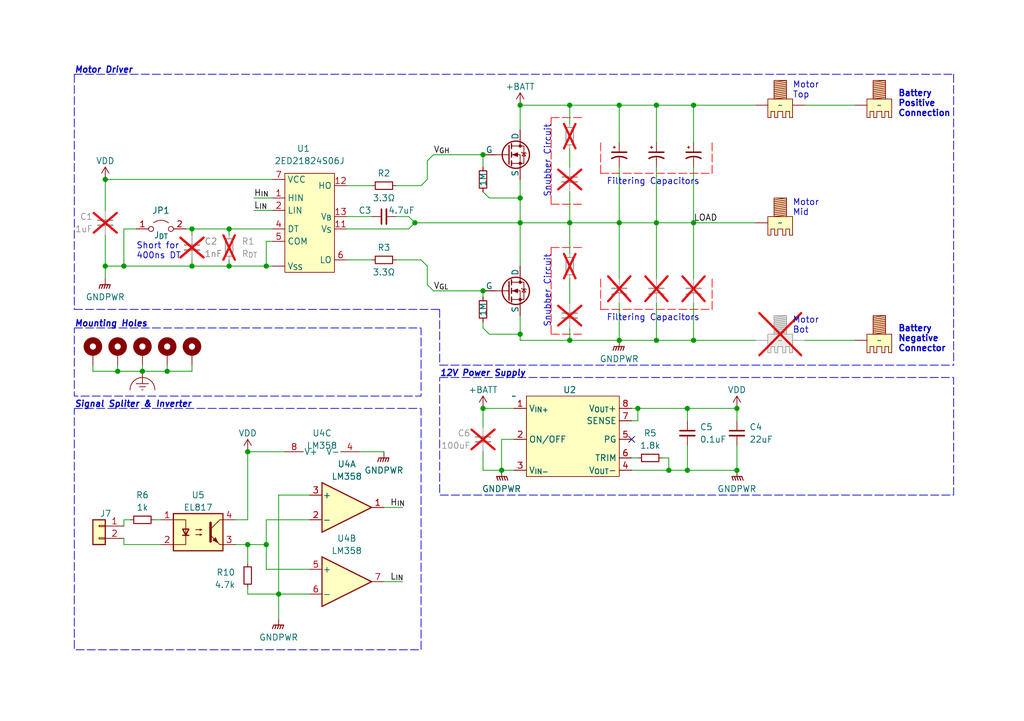
<source format=kicad_sch>
(kicad_sch (version 20230121) (generator eeschema)
  (paper "A5")
  (lib_symbols
    (symbol "Amplifier_Operational:LM358" (pin_names (offset 0.127))
      (property "Reference" "U" (at 0 5.08 0))
      (property "Value" "LM358" (at 0 -5.08 0))
      (symbol "LM358_1_1"
        (polyline (pts (xy -5.08 5.08) (xy 5.08 0) (xy -5.08 -5.08) (xy -5.08 5.08)) (stroke (width 0.254)) (fill (type background)))
        (pin output line (at 7.62 0 180) (length 2.54) (name "~") (number "1"))
        (pin input line (at -7.62 -2.54 0) (length 2.54) (name "-") (number "2"))
        (pin input line (at -7.62 2.54 0) (length 2.54) (name "+") (number "3"))
      )
      (symbol "LM358_2_1"
        (polyline (pts (xy -5.08 5.08) (xy 5.08 0) (xy -5.08 -5.08) (xy -5.08 5.08)) (stroke (width 0.254)) (fill (type background)))
        (pin input line (at -7.62 2.54 0) (length 2.54) (name "+") (number "5"))
        (pin input line (at -7.62 -2.54 0) (length 2.54) (name "-") (number "6"))
        (pin output line (at 7.62 0 180) (length 2.54) (name "~") (number "7"))
      )
      (symbol "LM358_3_1"
        (pin power_in line (at -2.54 -7.62 90) (length 3.81) (name "V-") (number "4"))
        (pin power_in line (at -2.54 7.62 270) (length 3.81) (name "V+") (number "8"))
      )
    )
    (symbol "Connector_Generic:Conn_01x02" (pin_names (offset 1.016) hide)
      (property "Reference" "J" (at 0 2.54 0))
      (property "Value" "Conn_01x02" (at 0 -5.08 0))
      (symbol "Conn_01x02_1_1"
        (rectangle (start -1.27 -2.413) (end 0 -2.667) (stroke (width 0.1524)))
        (rectangle (start -1.27 0.127) (end 0 -0.127) (stroke (width 0.1524)))
        (rectangle (start -1.27 1.27) (end 1.27 -3.81) (stroke (width 0.254)) (fill (type background)))
        (pin passive line (at -5.08 0 0) (length 3.81) (name "Pin_1") (number "1"))
        (pin passive line (at -5.08 -2.54 0) (length 3.81) (name "Pin_2") (number "2"))
      )
    )
    (symbol "Device:C_Polarized_Small_US" (pin_numbers hide) (pin_names (offset 0.254) hide)
      (property "Reference" "C" (at 0.254 1.778 0))
      (property "Value" "C_Polarized_Small_US" (at 0.254 -2.032 0))
      (symbol "C_Polarized_Small_US_0_1"
        (polyline (pts (xy -1.524 0.508) (xy 1.524 0.508)) (stroke (width 0.3048)))
        (polyline (pts (xy -1.27 1.524) (xy -0.762 1.524)))
        (polyline (pts (xy -1.016 1.27) (xy -1.016 1.778)))
        (arc (start 1.524 -0.762) (mid 0 -0.3734) (end -1.524 -0.762) (stroke (width 0.3048)))
      )
      (symbol "C_Polarized_Small_US_1_1"
        (pin passive line (at 0 2.54 270) (length 2.032) (name "~") (number "1"))
        (pin passive line (at 0 -2.54 90) (length 2.032) (name "~") (number "2"))
      )
    )
    (symbol "Device:C_Small" (pin_numbers hide) (pin_names (offset 0.254) hide)
      (property "Reference" "C" (at 0.254 1.778 0))
      (property "Value" "C_Small" (at 0.254 -2.032 0))
      (symbol "C_Small_0_1"
        (polyline (pts (xy -1.524 -0.508) (xy 1.524 -0.508)) (stroke (width 0.3302)))
        (polyline (pts (xy -1.524 0.508) (xy 1.524 0.508)) (stroke (width 0.3048)))
      )
      (symbol "C_Small_1_1"
        (pin passive line (at 0 2.54 270) (length 2.032) (name "~") (number "1"))
        (pin passive line (at 0 -2.54 90) (length 2.032) (name "~") (number "2"))
      )
    )
    (symbol "Device:R_Small" (pin_numbers hide) (pin_names (offset 0.254) hide)
      (property "Reference" "R" (at 0.762 0.508 0))
      (property "Value" "R_Small" (at 0.762 -1.016 0))
      (symbol "R_Small_0_1"
        (rectangle (start -0.762 1.778) (end 0.762 -1.778) (stroke (width 0.2032)))
      )
      (symbol "R_Small_1_1"
        (pin passive line (at 0 2.54 270) (length 0.762) (name "~") (number "1"))
        (pin passive line (at 0 -2.54 90) (length 0.762) (name "~") (number "2"))
      )
    )
    (symbol "Isolator:EL817" (pin_names (offset 1.016))
      (property "Reference" "U" (at -5.08 5.08 0))
      (property "Value" "EL817" (at 0 5.08 0))
      (symbol "EL817_0_1"
        (rectangle (start -5.08 3.81) (end 5.08 -3.81) (stroke (width 0.254)) (fill (type background)))
        (polyline (pts (xy -3.175 -0.635) (xy -1.905 -0.635)) (stroke (width 0.254)))
        (polyline (pts (xy 2.54 0.635) (xy 4.445 2.54)))
        (polyline (pts (xy 4.445 -2.54) (xy 2.54 -0.635)) (fill (type outline)))
        (polyline (pts (xy 4.445 -2.54) (xy 5.08 -2.54)))
        (polyline (pts (xy 4.445 2.54) (xy 5.08 2.54)))
        (polyline (pts (xy -5.08 2.54) (xy -2.54 2.54) (xy -2.54 -0.635)))
        (polyline (pts (xy -2.54 -0.635) (xy -2.54 -2.54) (xy -5.08 -2.54)))
        (polyline (pts (xy 2.54 1.905) (xy 2.54 -1.905) (xy 2.54 -1.905)) (stroke (width 0.508)))
        (polyline (pts (xy -2.54 -0.635) (xy -3.175 0.635) (xy -1.905 0.635) (xy -2.54 -0.635)) (stroke (width 0.254)))
        (polyline (pts (xy -0.508 -0.508) (xy 0.762 -0.508) (xy 0.381 -0.635) (xy 0.381 -0.381) (xy 0.762 -0.508)))
        (polyline (pts (xy -0.508 0.508) (xy 0.762 0.508) (xy 0.381 0.381) (xy 0.381 0.635) (xy 0.762 0.508)))
        (polyline (pts (xy 3.048 -1.651) (xy 3.556 -1.143) (xy 4.064 -2.159) (xy 3.048 -1.651) (xy 3.048 -1.651)) (fill (type outline)))
      )
      (symbol "EL817_1_1"
        (pin passive line (at -7.62 2.54 0) (length 2.54) (name "~") (number "1"))
        (pin passive line (at -7.62 -2.54 0) (length 2.54) (name "~") (number "2"))
        (pin passive line (at 7.62 -2.54 180) (length 2.54) (name "~") (number "3"))
        (pin passive line (at 7.62 2.54 180) (length 2.54) (name "~") (number "4"))
      )
    )
    (symbol "Jumper:Jumper_2_Open" (pin_names (offset 0) hide)
      (property "Reference" "JP" (at 0 2.794 0))
      (property "Value" "Jumper_2_Open" (at 0 -2.286 0))
      (symbol "Jumper_2_Open_0_0"
        (circle (center -2.032 0) (radius 0.508))
        (circle (center 2.032 0) (radius 0.508))
      )
      (symbol "Jumper_2_Open_0_1"
        (arc (start 1.524 1.27) (mid 0 1.778) (end -1.524 1.27))
      )
      (symbol "Jumper_2_Open_1_1"
        (pin passive line (at -5.08 0 0) (length 2.54) (name "A") (number "1"))
        (pin passive line (at 5.08 0 180) (length 2.54) (name "B") (number "2"))
      )
    )
    (symbol "Mechanical:MountingHole_Pad" (pin_numbers hide) (pin_names (offset 1.016) hide)
      (property "Reference" "H" (at 0 6.35 0))
      (property "Value" "MountingHole_Pad" (at 0 4.445 0))
      (symbol "MountingHole_Pad_0_1"
        (circle (center 0 1.27) (radius 1.27) (stroke (width 1.27)))
      )
      (symbol "MountingHole_Pad_1_1"
        (pin input line (at 0 -2.54 90) (length 2.54) (name "1") (number "1"))
      )
    )
    (symbol "My Global Library:M5 Screw Terminal Both"
      (property "Reference" "J" (at 2.54 2.54 0))
      (symbol "M5 Screw Terminal Both_0_1"
        (polyline (pts (xy -1.27 1.27) (xy 1.27 1.27)))
        (polyline (pts (xy -1.27 1.27) (xy 1.27 1.651) (xy 1.27 1.651)))
        (polyline (pts (xy -1.27 1.651) (xy 1.27 2.032) (xy 1.27 2.032)))
        (polyline (pts (xy -1.27 2.032) (xy 1.27 2.413) (xy 1.27 2.413)))
        (polyline (pts (xy -1.27 2.413) (xy 1.27 2.794) (xy 1.27 2.794)))
        (polyline (pts (xy -1.27 2.794) (xy 1.27 3.175) (xy 1.27 3.175)))
        (polyline (pts (xy -1.27 3.175) (xy 1.27 3.556) (xy 1.27 3.556)))
        (polyline (pts (xy -1.27 3.556) (xy 1.27 3.937) (xy 1.27 3.937)))
        (polyline (pts (xy -1.27 3.937) (xy 1.27 4.318) (xy 1.27 4.318)))
        (polyline (pts (xy -1.27 4.318) (xy 1.27 4.699) (xy 1.27 4.699)))
        (polyline (pts (xy -1.27 4.699) (xy 1.27 5.08) (xy 1.27 5.08)))
        (polyline (pts (xy -2.54 -1.27) (xy -2.54 1.27) (xy -1.27 1.27) (xy -1.27 5.08) (xy 1.27 5.08) (xy 1.27 1.27) (xy 2.54 1.27) (xy 2.54 -1.27) (xy 2.54 -2.54) (xy 1.905 -2.54) (xy 1.905 -1.27) (xy 1.143 -1.27) (xy 1.143 -2.54) (xy 0.508 -2.54) (xy 0.508 -1.27) (xy -0.508 -1.27) (xy -0.508 -2.54) (xy -1.143 -2.54) (xy -1.143 -1.27) (xy -1.905 -1.27) (xy -1.905 -2.54) (xy -2.54 -2.54) (xy -2.54 -1.27)) (fill (type background)))
      )
      (symbol "M5 Screw Terminal Both_1_1"
        (pin input line (at -5.08 0 0) (length 2.54) (name "0") (number "1"))
        (pin input line (at 5.08 0 180) (length 2.54) (name "0") (number "1"))
      )
    )
    (symbol "My Global Library:M5_Screw_Terminal_Side"
      (property "Reference" "J" (at 2.54 2.54 0))
      (symbol "M5_Screw_Terminal_Side_0_1"
        (polyline (pts (xy -1.27 1.27) (xy 1.27 1.27)))
        (polyline (pts (xy -1.27 1.27) (xy 1.27 1.651) (xy 1.27 1.651)))
        (polyline (pts (xy -1.27 1.651) (xy 1.27 2.032) (xy 1.27 2.032)))
        (polyline (pts (xy -1.27 2.032) (xy 1.27 2.413) (xy 1.27 2.413)))
        (polyline (pts (xy -1.27 2.413) (xy 1.27 2.794) (xy 1.27 2.794)))
        (polyline (pts (xy -1.27 2.794) (xy 1.27 3.175) (xy 1.27 3.175)))
        (polyline (pts (xy -1.27 3.175) (xy 1.27 3.556) (xy 1.27 3.556)))
        (polyline (pts (xy -1.27 3.556) (xy 1.27 3.937) (xy 1.27 3.937)))
        (polyline (pts (xy -1.27 3.937) (xy 1.27 4.318) (xy 1.27 4.318)))
        (polyline (pts (xy -1.27 4.318) (xy 1.27 4.699) (xy 1.27 4.699)))
        (polyline (pts (xy -1.27 4.699) (xy 1.27 5.08) (xy 1.27 5.08)))
        (polyline (pts (xy -2.54 -1.27) (xy -2.54 1.27) (xy -1.27 1.27) (xy -1.27 5.08) (xy 1.27 5.08) (xy 1.27 1.27) (xy 2.54 1.27) (xy 2.54 -1.27) (xy 2.54 -2.54) (xy 1.905 -2.54) (xy 1.905 -1.27) (xy 1.143 -1.27) (xy 1.143 -2.54) (xy 0.508 -2.54) (xy 0.508 -1.27) (xy -0.508 -1.27) (xy -0.508 -2.54) (xy -1.143 -2.54) (xy -1.143 -1.27) (xy -1.905 -1.27) (xy -1.905 -2.54) (xy -2.54 -2.54) (xy -2.54 -1.27)) (fill (type background)))
      )
      (symbol "M5_Screw_Terminal_Side_1_1"
        (pin input line (at -5.08 0 0) (length 2.54) (name "0") (number "1"))
      )
    )
    (symbol "MySymbols:2ED21824S06J"
      (property "Reference" "U1" (at -1.27 7.62 0))
      (property "Value" "2ED21824S06J" (at 0 5.08 0))
      (symbol "2ED21824S06J_0_1"
        (rectangle (start -5.08 2.54) (end 5.08 -17.78) (fill (type background)))
      )
      (symbol "2ED21824S06J_1_1"
        (pin power_in line (at -7.62 -16.51 0) (length 2.54) (name "V_{SS}") (number ""))
        (pin input line (at -7.62 -2.54 0) (length 2.54) (name "HIN") (number "1"))
        (pin no_connect line (at 0.635 -19.685 90) (length 2.54) hide (name "N.C.") (number "10"))
        (pin input line (at 7.62 -8.89 180) (length 2.54) (name "V_{S}") (number "11"))
        (pin output line (at 7.62 0 180) (length 2.54) (name "HO") (number "12"))
        (pin output line (at 7.62 -6.35 180) (length 2.54) (name "V_{B}") (number "13"))
        (pin no_connect line (at 0.635 -19.685 90) (length 2.54) hide (name "N.C.") (number "14"))
        (pin input line (at -7.62 -5.08 0) (length 2.54) (name "LIN") (number "2"))
        (pin input line (at -7.62 -8.89 0) (length 2.54) (name "DT") (number "4"))
        (pin input line (at -7.62 -11.43 0) (length 2.54) (name "COM") (number "5"))
        (pin input line (at 7.62 -15.24 180) (length 2.54) (name "LO") (number "6"))
        (pin power_in line (at -7.62 1.27 0) (length 2.54) (name "VCC") (number "7"))
        (pin no_connect line (at 0.635 -19.685 90) (length 2.54) hide (name "N.C.") (number "9"))
        (pin no_connect line (at 0.635 -19.685 90) (length 2.54) hide (name "N.C.") (number "9"))
      )
    )
    (symbol "Simulation_SPICE:NMOS" (pin_numbers hide) (pin_names (offset 0))
      (property "Reference" "Q" (at 5.08 1.27 0))
      (property "Value" "NMOS" (at 5.08 -1.27 0))
      (symbol "NMOS_0_1"
        (polyline (pts (xy 0.254 0) (xy -2.54 0)))
        (polyline (pts (xy 0.254 1.905) (xy 0.254 -1.905)) (stroke (width 0.254)))
        (polyline (pts (xy 0.762 -1.27) (xy 0.762 -2.286)) (stroke (width 0.254)))
        (polyline (pts (xy 0.762 0.508) (xy 0.762 -0.508)) (stroke (width 0.254)))
        (polyline (pts (xy 0.762 2.286) (xy 0.762 1.27)) (stroke (width 0.254)))
        (polyline (pts (xy 2.54 2.54) (xy 2.54 1.778)))
        (polyline (pts (xy 2.54 -2.54) (xy 2.54 0) (xy 0.762 0)))
        (polyline (pts (xy 0.762 -1.778) (xy 3.302 -1.778) (xy 3.302 1.778) (xy 0.762 1.778)))
        (polyline (pts (xy 1.016 0) (xy 2.032 0.381) (xy 2.032 -0.381) (xy 1.016 0)) (fill (type outline)))
        (polyline (pts (xy 2.794 0.508) (xy 2.921 0.381) (xy 3.683 0.381) (xy 3.81 0.254)))
        (polyline (pts (xy 3.302 0.381) (xy 2.921 -0.254) (xy 3.683 -0.254) (xy 3.302 0.381)))
        (circle (center 1.651 0) (radius 2.794) (stroke (width 0.254)))
        (circle (center 2.54 -1.778) (radius 0.254) (fill (type outline)))
        (circle (center 2.54 1.778) (radius 0.254) (fill (type outline)))
      )
      (symbol "NMOS_1_1"
        (pin passive line (at 2.54 5.08 270) (length 2.54) (name "D") (number "1"))
        (pin input line (at -5.08 0 0) (length 2.54) (name "G") (number "2"))
        (pin passive line (at 2.54 -5.08 90) (length 2.54) (name "S") (number "3"))
      )
    )
    (symbol "SymbolLibrary:U?"
      (property "Reference" "U2" (at -12.065 3.81 0))
      (property "Value" "~" (at 0 0 0))
      (symbol "U?_0_0"
        (pin power_in line (at 0 -2.54 0) (length 2.54) (name "V_{IN+}") (number "1"))
        (pin input line (at 0 -8.89 0) (length 2.54) (name "ON/OFF") (number "2"))
        (pin input line (at 0 -15.24 0) (length 2.54) (name "V_{IN-}") (number "3"))
        (pin power_out line (at 24.13 -15.24 180) (length 2.54) (name "V_{OUT}-") (number "4"))
        (pin open_collector line (at 24.13 -8.89 180) (length 2.54) (name "PG") (number "5"))
        (pin open_emitter line (at 24.13 -12.7 180) (length 2.54) (name "TRIM") (number "6"))
        (pin input line (at 24.13 -5.08 180) (length 2.54) (name "SENSE") (number "7"))
        (pin open_emitter line (at 24.13 -2.54 180) (length 2.54) (name "V_{OUT}+") (number "8"))
      )
      (symbol "U?_0_1"
        (rectangle (start 2.54 0) (end 21.59 -16.51) (fill (type background)))
      )
    )
    (symbol "power:+BATT" (power) (pin_names (offset 0))
      (property "Value" "+BATT" (at 0 3.556 0))
      (symbol "+BATT_0_1"
        (polyline (pts (xy -0.762 1.27) (xy 0 2.54)))
        (polyline (pts (xy 0 0) (xy 0 2.54)))
        (polyline (pts (xy 0 2.54) (xy 0.762 1.27)))
      )
      (symbol "+BATT_1_1"
        (pin power_in line (at 0 0 90) (length 0) hide (name "+BATT") (number "1"))
      )
    )
    (symbol "power:Earth_Clean" (power) (pin_names (offset 0))
      (symbol "Earth_Clean_0_1"
        (polyline (pts (xy -0.635 -3.175) (xy 0.635 -3.175)))
        (polyline (pts (xy -0.127 -3.81) (xy 0.127 -3.81)))
        (polyline (pts (xy 0 -2.54) (xy 0 0)))
        (polyline (pts (xy 1.27 -2.54) (xy -1.27 -2.54)))
        (arc (start 2.54 -3.81) (mid 0 -1.281) (end -2.54 -3.81))
      )
      (symbol "Earth_Clean_1_1"
        (pin power_in line (at 0 0 270) (length 0) hide (name "Earth_Clean") (number "1"))
      )
    )
    (symbol "power:GNDPWR" (power) (pin_names (offset 0))
      (property "Value" "GNDPWR" (at 0 -3.302 0))
      (symbol "GNDPWR_0_1"
        (polyline (pts (xy 0 -1.27) (xy 0 0)))
        (polyline (pts (xy -1.016 -1.27) (xy -1.27 -2.032) (xy -1.27 -2.032)) (stroke (width 0.2032)))
        (polyline (pts (xy -0.508 -1.27) (xy -0.762 -2.032) (xy -0.762 -2.032)) (stroke (width 0.2032)))
        (polyline (pts (xy 0 -1.27) (xy -0.254 -2.032) (xy -0.254 -2.032)) (stroke (width 0.2032)))
        (polyline (pts (xy 0.508 -1.27) (xy 0.254 -2.032) (xy 0.254 -2.032)) (stroke (width 0.2032)))
        (polyline (pts (xy 1.016 -1.27) (xy -1.016 -1.27) (xy -1.016 -1.27)) (stroke (width 0.2032)))
        (polyline (pts (xy 1.016 -1.27) (xy 0.762 -2.032) (xy 0.762 -2.032) (xy 0.762 -2.032)) (stroke (width 0.2032)))
      )
      (symbol "GNDPWR_1_1"
        (pin power_in line (at 0 0 270) (length 0) hide (name "GNDPWR") (number "1"))
      )
    )
    (symbol "power:VDD" (power) (pin_names (offset 0))
      (property "Value" "VDD" (at 0 3.81 0))
      (symbol "VDD_0_1"
        (polyline (pts (xy -0.762 1.27) (xy 0 2.54)))
        (polyline (pts (xy 0 0) (xy 0 2.54)))
        (polyline (pts (xy 0 2.54) (xy 0.762 1.27)))
      )
      (symbol "VDD_1_1"
        (pin power_in line (at 0 0 90) (length 0) hide (name "VDD") (number "1"))
      )
    )
  )
  (junction (at 50.8 92.71))
  (junction (at 116.84 69.85))
  (junction (at 21.59 36.83))
  (junction (at 102.87 96.52))
  (junction (at 151.13 96.52))
  (junction (at 106.68 21.59))
  (junction (at 130.81 83.82))
  (junction (at 29.21 76.2))
  (junction (at 99.06 31.75))
  (junction (at 140.97 83.82))
  (junction (at 151.13 83.82))
  (junction (at 46.99 46.99))
  (junction (at 85.09 45.72))
  (junction (at 54.61 111.76))
  (junction (at 99.06 59.69))
  (junction (at 106.68 45.72))
  (junction (at 24.13 76.2))
  (junction (at 57.15 121.92))
  (junction (at 134.62 21.59))
  (junction (at 140.97 96.52))
  (junction (at 99.06 83.82))
  (junction (at 127 69.85))
  (junction (at 39.37 54.61))
  (junction (at 142.24 21.59))
  (junction (at 116.84 45.72))
  (junction (at 134.62 45.72))
  (junction (at 21.59 54.61))
  (junction (at 54.61 54.61))
  (junction (at 127 21.59))
  (junction (at 116.84 21.59))
  (junction (at 127 45.72))
  (junction (at 142.24 45.72))
  (junction (at 106.68 68.58))
  (junction (at 134.62 69.85))
  (junction (at 137.16 96.52))
  (junction (at 50.8 111.76))
  (junction (at 142.24 69.85))
  (junction (at 106.68 40.64))
  (junction (at 25.4 54.61))
  (junction (at 46.99 54.61))
  (junction (at 34.29 76.2))
  (junction (at 39.37 46.99))
  (no_connect (at 129.54 90.17))
  (wire (pts (xy 50.8 106.68) (xy 48.26 106.68)))
  (polyline (pts (xy 113.03 41.91) (xy 119.38 41.91)) (stroke (width 0) (type dash) (color 255 0 0 1)))
  (wire (pts (xy 46.99 54.61) (xy 54.61 54.61)))
  (wire (pts (xy 25.4 106.68) (xy 26.67 106.68)))
  (wire (pts (xy 85.09 45.72) (xy 106.68 45.72)))
  (wire (pts (xy 71.12 53.34) (xy 76.2 53.34)))
  (wire (pts (xy 29.21 76.2) (xy 34.29 76.2)))
  (wire (pts (xy 87.63 58.42) (xy 88.9 59.69)))
  (wire (pts (xy 106.68 68.58) (xy 100.33 68.58)))
  (wire (pts (xy 57.15 101.6) (xy 57.15 121.92)))
  (wire (pts (xy 151.13 96.52) (xy 140.97 96.52)))
  (wire (pts (xy 134.62 45.72) (xy 142.24 45.72)))
  (wire (pts (xy 46.99 53.34) (xy 46.99 54.61)))
  (polyline (pts (xy 113.03 24.13) (xy 119.38 24.13)) (stroke (width 0) (type dash) (color 255 0 0 1)))
  (wire (pts (xy 34.29 76.2) (xy 34.29 74.93)))
  (wire (pts (xy 83.82 44.45) (xy 85.09 45.72)))
  (wire (pts (xy 106.68 68.58) (xy 106.68 69.85)))
  (wire (pts (xy 21.59 36.83) (xy 55.88 36.83)))
  (wire (pts (xy 87.63 33.02) (xy 88.9 31.75)))
  (polyline (pts (xy 195.58 15.24) (xy 195.58 74.93)) (stroke (width 0) (type dash)))
  (polyline (pts (xy 146.05 63.5) (xy 146.05 57.15)) (stroke (width 0) (type dash) (color 255 0 0 1)))
  (wire (pts (xy 86.36 53.34) (xy 87.63 54.61)))
  (wire (pts (xy 85.09 45.72) (xy 83.82 46.99)))
  (wire (pts (xy 130.81 93.98) (xy 129.54 93.98)))
  (wire (pts (xy 25.4 54.61) (xy 39.37 54.61)))
  (wire (pts (xy 99.06 87.63) (xy 99.06 83.82)))
  (wire (pts (xy 116.84 21.59) (xy 116.84 25.4)))
  (wire (pts (xy 78.74 104.14) (xy 82.55 104.14)))
  (wire (pts (xy 140.97 83.82) (xy 140.97 86.36)))
  (wire (pts (xy 134.62 69.85) (xy 142.24 69.85)))
  (wire (pts (xy 151.13 91.44) (xy 151.13 96.52)))
  (wire (pts (xy 127 34.29) (xy 127 45.72)))
  (wire (pts (xy 99.06 31.75) (xy 99.06 34.29)))
  (wire (pts (xy 106.68 21.59) (xy 116.84 21.59)))
  (wire (pts (xy 24.13 76.2) (xy 29.21 76.2)))
  (wire (pts (xy 165.1 21.59) (xy 175.26 21.59)))
  (polyline (pts (xy 146.05 35.56) (xy 146.05 29.21)) (stroke (width 0) (type dash) (color 255 0 0 1)))
  (wire (pts (xy 50.8 92.71) (xy 58.42 92.71)))
  (wire (pts (xy 165.1 69.85) (xy 175.26 69.85)))
  (wire (pts (xy 50.8 92.71) (xy 50.8 106.68)))
  (wire (pts (xy 19.05 76.2) (xy 24.13 76.2)))
  (polyline (pts (xy 90.17 74.93) (xy 195.58 74.93)) (stroke (width 0) (type dash)))
  (wire (pts (xy 57.15 121.92) (xy 63.5 121.92)))
  (wire (pts (xy 50.8 121.92) (xy 57.15 121.92)))
  (wire (pts (xy 106.68 40.64) (xy 106.68 45.72)))
  (wire (pts (xy 55.88 49.53) (xy 54.61 49.53)))
  (wire (pts (xy 52.07 40.64) (xy 55.88 40.64)))
  (wire (pts (xy 39.37 53.34) (xy 39.37 54.61)))
  (wire (pts (xy 50.8 120.65) (xy 50.8 121.92)))
  (wire (pts (xy 88.9 31.75) (xy 99.06 31.75)))
  (wire (pts (xy 142.24 45.72) (xy 142.24 57.15)))
  (wire (pts (xy 102.87 90.17) (xy 102.87 96.52)))
  (wire (pts (xy 106.68 64.77) (xy 106.68 68.58)))
  (wire (pts (xy 140.97 91.44) (xy 140.97 96.52)))
  (polyline (pts (xy 113.03 24.13) (xy 113.03 41.91)) (stroke (width 0) (type dash) (color 255 0 0 1)))
  (wire (pts (xy 106.68 21.59) (xy 106.68 26.67)))
  (wire (pts (xy 50.8 111.76) (xy 54.61 111.76)))
  (wire (pts (xy 71.12 46.99) (xy 83.82 46.99)))
  (wire (pts (xy 87.63 36.83) (xy 86.36 38.1)))
  (wire (pts (xy 54.61 106.68) (xy 54.61 111.76)))
  (wire (pts (xy 105.41 90.17) (xy 102.87 90.17)))
  (wire (pts (xy 142.24 45.72) (xy 154.94 45.72)))
  (wire (pts (xy 54.61 49.53) (xy 54.61 54.61)))
  (wire (pts (xy 25.4 111.76) (xy 33.02 111.76)))
  (wire (pts (xy 78.74 92.71) (xy 73.66 92.71)))
  (wire (pts (xy 151.13 83.82) (xy 140.97 83.82)))
  (wire (pts (xy 106.68 45.72) (xy 106.68 54.61)))
  (wire (pts (xy 21.59 54.61) (xy 21.59 48.26)))
  (wire (pts (xy 127 45.72) (xy 127 57.15)))
  (wire (pts (xy 27.94 46.99) (xy 25.4 46.99)))
  (wire (pts (xy 142.24 69.85) (xy 154.94 69.85)))
  (wire (pts (xy 25.4 106.68) (xy 25.4 107.95)))
  (wire (pts (xy 87.63 33.02) (xy 87.63 36.83)))
  (wire (pts (xy 134.62 21.59) (xy 134.62 29.21)))
  (wire (pts (xy 135.89 93.98) (xy 137.16 93.98)))
  (polyline (pts (xy 123.19 63.5) (xy 123.19 57.15)) (stroke (width 0) (type dash) (color 255 0 0 1)))
  (wire (pts (xy 116.84 45.72) (xy 116.84 52.07)))
  (wire (pts (xy 130.81 86.36) (xy 129.54 86.36)))
  (wire (pts (xy 99.06 66.04) (xy 99.06 67.31)))
  (wire (pts (xy 142.24 21.59) (xy 154.94 21.59)))
  (wire (pts (xy 25.4 46.99) (xy 25.4 54.61)))
  (wire (pts (xy 71.12 38.1) (xy 76.2 38.1)))
  (wire (pts (xy 88.9 59.69) (xy 99.06 59.69)))
  (wire (pts (xy 134.62 34.29) (xy 134.62 45.72)))
  (wire (pts (xy 127 45.72) (xy 134.62 45.72)))
  (wire (pts (xy 39.37 54.61) (xy 46.99 54.61)))
  (wire (pts (xy 137.16 93.98) (xy 137.16 96.52)))
  (wire (pts (xy 151.13 86.36) (xy 151.13 83.82)))
  (wire (pts (xy 99.06 59.69) (xy 99.06 60.96)))
  (wire (pts (xy 39.37 46.99) (xy 46.99 46.99)))
  (wire (pts (xy 38.1 46.99) (xy 39.37 46.99)))
  (wire (pts (xy 99.06 39.37) (xy 100.33 40.64)))
  (wire (pts (xy 130.81 83.82) (xy 130.81 86.36)))
  (polyline (pts (xy 113.03 50.8) (xy 119.38 50.8)) (stroke (width 0) (type dash) (color 255 0 0 1)))
  (wire (pts (xy 71.12 44.45) (xy 76.2 44.45)))
  (wire (pts (xy 78.74 119.38) (xy 82.55 119.38)))
  (wire (pts (xy 116.84 45.72) (xy 127 45.72)))
  (wire (pts (xy 21.59 36.83) (xy 21.59 43.18)))
  (wire (pts (xy 52.07 43.18) (xy 55.88 43.18)))
  (wire (pts (xy 129.54 83.82) (xy 130.81 83.82)))
  (polyline (pts (xy 123.19 35.56) (xy 146.05 35.56)) (stroke (width 0) (type dash) (color 255 0 0 1)))
  (wire (pts (xy 81.28 38.1) (xy 86.36 38.1)))
  (wire (pts (xy 116.84 21.59) (xy 127 21.59)))
  (wire (pts (xy 116.84 57.15) (xy 116.84 62.23)))
  (wire (pts (xy 137.16 96.52) (xy 129.54 96.52)))
  (wire (pts (xy 25.4 111.76) (xy 25.4 110.49)))
  (wire (pts (xy 127 21.59) (xy 134.62 21.59)))
  (wire (pts (xy 127 21.59) (xy 127 29.21)))
  (polyline (pts (xy 15.24 15.24) (xy 15.24 63.5)) (stroke (width 0) (type dash)))
  (wire (pts (xy 134.62 21.59) (xy 142.24 21.59)))
  (wire (pts (xy 116.84 30.48) (xy 116.84 34.29)))
  (wire (pts (xy 116.84 69.85) (xy 127 69.85)))
  (wire (pts (xy 105.41 83.82) (xy 99.06 83.82)))
  (wire (pts (xy 116.84 39.37) (xy 116.84 45.72)))
  (wire (pts (xy 21.59 54.61) (xy 25.4 54.61)))
  (wire (pts (xy 63.5 106.68) (xy 54.61 106.68)))
  (wire (pts (xy 106.68 45.72) (xy 116.84 45.72)))
  (wire (pts (xy 39.37 46.99) (xy 39.37 48.26)))
  (wire (pts (xy 116.84 67.31) (xy 116.84 69.85)))
  (wire (pts (xy 99.06 67.31) (xy 100.33 68.58)))
  (wire (pts (xy 57.15 121.92) (xy 57.15 127)))
  (wire (pts (xy 24.13 76.2) (xy 24.13 74.93)))
  (wire (pts (xy 142.24 62.23) (xy 142.24 69.85)))
  (wire (pts (xy 63.5 101.6) (xy 57.15 101.6)))
  (wire (pts (xy 140.97 96.52) (xy 137.16 96.52)))
  (wire (pts (xy 140.97 83.82) (xy 130.81 83.82)))
  (polyline (pts (xy 123.19 35.56) (xy 123.19 29.21)) (stroke (width 0) (type dash) (color 255 0 0 1)))
  (wire (pts (xy 31.75 106.68) (xy 33.02 106.68)))
  (wire (pts (xy 19.05 76.2) (xy 19.05 74.93)))
  (wire (pts (xy 46.99 46.99) (xy 55.88 46.99)))
  (wire (pts (xy 134.62 45.72) (xy 134.62 57.15)))
  (wire (pts (xy 34.29 76.2) (xy 39.37 76.2)))
  (wire (pts (xy 39.37 76.2) (xy 39.37 74.93)))
  (wire (pts (xy 127 62.23) (xy 127 69.85)))
  (wire (pts (xy 50.8 115.57) (xy 50.8 111.76)))
  (wire (pts (xy 87.63 54.61) (xy 87.63 58.42)))
  (wire (pts (xy 106.68 36.83) (xy 106.68 40.64)))
  (wire (pts (xy 99.06 92.71) (xy 99.06 96.52)))
  (polyline (pts (xy 90.17 63.5) (xy 90.17 74.93)) (stroke (width 0) (type dash)))
  (wire (pts (xy 63.5 116.84) (xy 54.61 116.84)))
  (wire (pts (xy 142.24 21.59) (xy 142.24 29.21)))
  (wire (pts (xy 142.24 34.29) (xy 142.24 45.72)))
  (polyline (pts (xy 123.19 63.5) (xy 146.05 63.5)) (stroke (width 0) (type dash) (color 255 0 0 1)))
  (polyline (pts (xy 113.03 68.58) (xy 119.38 68.58)) (stroke (width 0) (type dash) (color 255 0 0 1)))
  (wire (pts (xy 46.99 48.26) (xy 46.99 46.99)))
  (wire (pts (xy 81.28 44.45) (xy 83.82 44.45)))
  (wire (pts (xy 29.21 76.2) (xy 29.21 74.93)))
  (wire (pts (xy 102.87 96.52) (xy 105.41 96.52)))
  (wire (pts (xy 106.68 40.64) (xy 100.33 40.64)))
  (wire (pts (xy 127 69.85) (xy 134.62 69.85)))
  (wire (pts (xy 21.59 57.15) (xy 21.59 54.61)))
  (wire (pts (xy 54.61 116.84) (xy 54.61 111.76)))
  (wire (pts (xy 134.62 62.23) (xy 134.62 69.85)))
  (wire (pts (xy 54.61 54.61) (xy 55.88 54.61)))
  (wire (pts (xy 106.68 69.85) (xy 116.84 69.85)))
  (polyline (pts (xy 113.03 50.8) (xy 113.03 68.58)) (stroke (width 0) (type dash) (color 255 0 0 1)))
  (polyline (pts (xy 15.24 15.24) (xy 195.58 15.24)) (stroke (width 0) (type dash)))
  (wire (pts (xy 81.28 53.34) (xy 86.36 53.34)))
  (wire (pts (xy 99.06 96.52) (xy 102.87 96.52)))
  (wire (pts (xy 48.26 111.76) (xy 50.8 111.76)))
  (polyline (pts (xy 15.24 63.5) (xy 90.17 63.5)) (stroke (width 0) (type dash)))
  (rectangle (start 15.24 67.31) (end 86.36 81.28) (stroke (width 0) (type dash)))
  (rectangle (start 90.17 77.47) (end 195.58 101.6) (stroke (width 0) (type dash)))
  (rectangle (start 15.24 83.82) (end 86.36 133.35) (stroke (width 0) (type dash)))
  (text "Battery\nPositive\nConnection\n" (at 184.15 24.13 0) (effects (font (size 1.27 1.27) bold) (justify left bottom)))
  (text "Short for\n400ns DT" (at 27.94 53.34 0) (effects (font (size 1.27 1.27)) (justify left bottom)))
  (text "Mounting Holes\n" (at 15.24 67.31 0) (effects (font (size 1.27 1.27) (thickness 0.254) bold italic) (justify left bottom)))
  (text "Battery \nNegative\nConnector" (at 184.15 72.39 0) (effects (font (size 1.27 1.27) bold) (justify left bottom)))
  (text "Motor \nBot\n" (at 162.56 68.58 0) (effects (font (size 1.27 1.27)) (justify left bottom)))
  (text "Snubber Circuit" (at 113.03 67.31 90) (effects (font (size 1.27 1.27)) (justify left bottom)))
  (text "Motor\nMid" (at 162.56 44.45 0) (effects (font (size 1.27 1.27)) (justify left bottom)))
  (text "Filtering Capacitors\n" (at 143.51 66.04 0) (effects (font (size 1.27 1.27)) (justify right bottom)))
  (text "Motor Driver" (at 15.24 15.24 0) (effects (font (size 1.27 1.27) (thickness 0.254) bold italic) (justify left bottom)))
  (text "Motor\nTop" (at 162.56 20.32 0) (effects (font (size 1.27 1.27)) (justify left bottom)))
  (text "12V Power Supply\n" (at 90.17 77.47 0) (effects (font (size 1.27 1.27) (thickness 0.254) bold italic) (justify left bottom)))
  (text "Snubber Circuit" (at 113.03 40.64 90) (effects (font (size 1.27 1.27)) (justify left bottom)))
  (text "Filtering Capacitors\n" (at 143.51 38.1 0) (effects (font (size 1.27 1.27)) (justify right bottom)))
  (text "Signal Spliter & Inverter\n" (at 15.24 83.82 0) (effects (font (size 1.27 1.27) (thickness 0.254) bold italic) (justify left bottom)))
  (label "V_{GH}" (at 88.9 31.75 0))
  (label "L_{IN}" (at 52.07 43.18 0))
  (label "L_{IN}" (at 80.01 119.38 0))
  (label "H_{IN}" (at 80.01 104.14 0))
  (label "H_{IN}" (at 52.07 40.64 0))
  (label "LOAD" (at 142.24 45.72 0))
  (label "V_{GL}" (at 88.9 59.69 0))
  (symbol (lib_id "Jumper:Jumper_2_Open") (at 33.02 46.99 0) (unit 1)
    (property "Reference" "JP1" (at 33.02 43.18 0))
    (property "Value" "J_{DT}" (at 33.02 48.26 0))
    (property "Footprint" "Jumper:SolderJumper-2_P1.3mm_Open_RoundedPad1.0x1.5mm" (effects hide))
  )
  (symbol (lib_id "Device:C_Small") (at 39.37 50.8 0) (unit 1) (dnp yes)
    (property "Reference" "C2" (at 41.91 49.5362 0) (effects (justify left)))
    (property "Value" "1nF" (at 41.91 52.0762 0) (effects (justify left)))
    (property "Footprint" "Capacitor_SMD:C_0603_1608Metric_Pad1.08x0.95mm_HandSolder" (effects hide))
  )
  (symbol (lib_id "MySymbols:2ED21824S06J") (at 63.5 38.1 0) (unit 1)
    (property "Reference" "U1" (at 62.23 30.48 0))
    (property "Value" "2ED21824S06J" (at 63.5 33.02 0))
    (property "Footprint" "Package_SO:SO-14_3.9x8.65mm_P1.27mm" (effects hide))
  )
  (symbol (lib_id "Device:C_Polarized_Small_US") (at 142.24 59.69 0) (unit 1) (dnp yes)
    (property "Reference" "C8" (effects hide))
    (property "Value" "100nF" (effects hide))
    (property "Footprint" "Capacitor_SMD:CP_Elec_6.3x5.4_Nichicon" (effects hide))
  )
  (symbol (lib_id "Device:R_Small") (at 99.06 36.83 0) (unit 1)
    (property "Reference" "R7" (effects hide))
    (property "Value" "1Μ" (at 99.06 36.83 90))
    (property "Footprint" "Resistor_SMD:R_0805_2012Metric_Pad1.20x1.40mm_HandSolder" (effects hide))
  )
  (symbol (lib_id "Device:C_Small") (at 116.84 64.77 0) (unit 1) (dnp yes)
    (property "Reference" "Ce3" (effects hide))
    (property "Value" "C_{SNUBL}" (effects hide))
    (property "Footprint" "Capacitor_SMD:C_0805_2012Metric_Pad1.18x1.45mm_HandSolder" (effects hide))
  )
  (symbol (lib_id "Amplifier_Operational:LM358") (at 71.12 104.14 0) (unit 1)
    (property "Reference" "U4" (at 71.12 95.25 0))
    (property "Value" "LM358" (at 71.12 97.79 0))
    (property "Footprint" "Package_DIP:DIP-8_W7.62mm_LongPads" (effects hide))
    (property "Datasheet" "http://www.ti.com/lit/ds/symlink/lm2904-n.pdf" (effects hide))
  )
  (symbol (lib_id "Connector_Generic:Conn_01x02") (at 20.32 107.95 0) (mirror y) (unit 1)
    (property "Reference" "J7" (at 22.86 105.41 0) (effects (justify left)))
    (property "Value" "Conn_01x02" (effects hide))
    (property "Footprint" "Connector_JST:JST_EH_B2B-EH-A_1x02_P2.50mm_Vertical" (effects hide))
  )
  (symbol (lib_id "My Global Library:M5_Screw_Terminal_Side") (at 160.02 45.72 0) (unit 1)
    (property "Reference" "J1" (effects hide))
    (property "Value" "~" (at 160.02 45.72 0))
  )
  (symbol (lib_id "Device:C_Small") (at 78.74 44.45 90) (unit 1)
    (property "Reference" "C3" (at 76.2 43.18 90) (effects (justify left)))
    (property "Value" "4.7uF" (at 85.09 43.18 90) (effects (justify left)))
    (property "Footprint" "Capacitor_SMD:C_0603_1608Metric_Pad1.08x0.95mm_HandSolder" (effects hide))
  )
  (symbol (lib_id "Device:R_Small") (at 46.99 50.8 0) (unit 1) (dnp yes)
    (property "Reference" "R1" (at 49.53 49.5299 0) (effects (justify left)))
    (property "Value" "R_{DT}" (at 49.53 52.0699 0) (effects (justify left)))
    (property "Footprint" "Resistor_SMD:R_0603_1608Metric_Pad0.98x0.95mm_HandSolder" (effects hide))
  )
  (symbol (lib_id "power:+BATT") (at 99.06 83.82 0) (mirror y) (unit 1)
    (property "Reference" "#PWR02" (effects hide))
    (property "Value" "+BATT" (at 99.06 80.01 0))
  )
  (symbol (lib_id "power:GNDPWR") (at 127 69.85 0) (unit 1)
    (property "Reference" "#PWR01" (effects hide))
    (property "Value" "GNDPWR" (at 127 73.66 0))
  )
  (symbol (lib_id "power:GNDPWR") (at 57.15 127 0) (unit 1)
    (property "Reference" "#PWR04" (effects hide))
    (property "Value" "GNDPWR" (at 57.15 130.81 0))
  )
  (symbol (lib_id "Device:C_Small") (at 21.59 45.72 0) (mirror y) (unit 1) (dnp yes)
    (property "Reference" "C1" (at 19.05 44.4562 0) (effects (justify left)))
    (property "Value" "1uF" (at 19.05 46.9962 0) (effects (justify left)))
    (property "Footprint" "Capacitor_SMD:C_0603_1608Metric_Pad1.08x0.95mm_HandSolder" (effects hide))
  )
  (symbol (lib_id "Mechanical:MountingHole_Pad") (at 39.37 72.39 0) (unit 1)
    (property "Reference" "H5" (effects hide))
    (property "Value" "MountingHole_Pad" (effects hide))
    (property "Footprint" "MountingHole:MountingHole_2.5mm_Pad" (effects hide))
  )
  (symbol (lib_id "Device:C_Polarized_Small_US") (at 134.62 59.69 0) (unit 1) (dnp yes)
    (property "Reference" "C7" (effects hide))
    (property "Value" "100nF" (effects hide))
    (property "Footprint" "Capacitor_SMD:CP_Elec_6.3x5.4_Nichicon" (effects hide))
  )
  (symbol (lib_id "Device:R_Small") (at 29.21 106.68 90) (unit 1)
    (property "Reference" "R6" (at 29.21 101.6 90))
    (property "Value" "1k" (at 29.21 104.14 90))
    (property "Footprint" "Resistor_THT:R_Axial_DIN0207_L6.3mm_D2.5mm_P10.16mm_Horizontal" (effects hide))
  )
  (symbol (lib_id "Isolator:EL817") (at 40.64 109.22 0) (unit 1)
    (property "Reference" "U5" (at 40.64 101.6 0))
    (property "Value" "EL817" (at 40.64 104.14 0))
    (property "Footprint" "Package_DIP:DIP-4_W7.62mm" (effects hide))
    (property "Datasheet" "http://www.everlight.com/file/ProductFile/EL817.pdf" (effects hide))
  )
  (symbol (lib_id "Device:C_Polarized_Small_US") (at 127 59.69 0) (unit 1) (dnp yes)
    (property "Reference" "Ce1" (effects hide))
    (property "Value" "100nF" (effects hide))
    (property "Footprint" "Capacitor_SMD:CP_Elec_6.3x5.4_Nichicon" (effects hide))
  )
  (symbol (lib_id "power:GNDPWR") (at 21.59 57.15 0) (unit 1)
    (property "Reference" "#PWR05" (effects hide))
    (property "Value" "GNDPWR" (at 21.59 60.96 0))
  )
  (symbol (lib_id "Mechanical:MountingHole_Pad") (at 24.13 72.39 0) (unit 1)
    (property "Reference" "H2" (effects hide))
    (property "Value" "MountingHole_Pad" (effects hide))
    (property "Footprint" "MountingHole:MountingHole_2.5mm_Pad" (effects hide))
  )
  (symbol (lib_id "power:+BATT") (at 106.68 21.59 0) (unit 1)
    (property "Reference" "#PWR0101" (effects hide))
    (property "Value" "+BATT" (at 106.68 17.78 0))
  )
  (symbol (lib_id "power:GNDPWR") (at 151.13 96.52 0) (mirror y) (unit 1)
    (property "Reference" "#PWR06" (effects hide))
    (property "Value" "GNDPWR" (at 151.13 100.33 0))
  )
  (symbol (lib_id "power:GNDPWR") (at 78.74 92.71 0) (unit 1)
    (property "Reference" "#PWR015" (effects hide))
    (property "Value" "GNDPWR" (at 78.74 96.52 0))
  )
  (symbol (lib_id "Device:C_Small") (at 140.97 88.9 0) (unit 1)
    (property "Reference" "C5" (at 143.51 87.6362 0) (effects (justify left)))
    (property "Value" "0.1uF" (at 143.51 90.1762 0) (effects (justify left)))
    (property "Footprint" "Capacitor_SMD:C_0603_1608Metric_Pad1.08x0.95mm_HandSolder" (effects hide))
  )
  (symbol (lib_id "Device:R_Small") (at 50.8 118.11 0) (mirror y) (unit 1)
    (property "Reference" "R10" (at 48.26 117.475 0) (effects (justify left)))
    (property "Value" "4.7k" (at 48.26 120.015 0) (effects (justify left)))
    (property "Footprint" "Resistor_THT:R_Axial_DIN0207_L6.3mm_D2.5mm_P10.16mm_Horizontal" (effects hide))
  )
  (symbol (lib_id "Amplifier_Operational:LM358") (at 66.04 90.17 90) (unit 3)
    (property "Reference" "U4" (at 66.04 88.9 90))
    (property "Value" "LM358" (at 66.04 91.44 90))
    (property "Footprint" "Package_DIP:DIP-8_W7.62mm_LongPads" (effects hide))
    (property "Datasheet" "http://www.ti.com/lit/ds/symlink/lm2904-n.pdf" (effects hide))
  )
  (symbol (lib_id "Device:R_Small") (at 78.74 38.1 90) (unit 1)
    (property "Reference" "R2" (at 78.74 35.56 90))
    (property "Value" "3.3Ω" (at 78.74 40.64 90))
    (property "Footprint" "Resistor_SMD:R_0805_2012Metric_Pad1.20x1.40mm_HandSolder" (effects hide))
  )
  (symbol (lib_id "power:Earth_Clean") (at 29.21 76.2 0) (unit 1)
    (property "Reference" "#PWR014" (effects hide))
    (property "Value" "Earth_Clean" (effects hide))
  )
  (symbol (lib_id "My Global Library:M5 Screw Terminal Both") (at 160.02 69.85 0) (unit 1) (dnp yes)
    (property "Reference" "J2" (effects hide))
    (property "Value" "~" (at 160.02 69.85 0))
  )
  (symbol (lib_id "Device:R_Small") (at 78.74 53.34 90) (mirror x) (unit 1)
    (property "Reference" "R3" (at 78.74 50.8 90))
    (property "Value" "3.3Ω" (at 78.74 55.88 90))
    (property "Footprint" "Resistor_SMD:R_0805_2012Metric_Pad1.20x1.40mm_HandSolder" (effects hide))
  )
  (symbol (lib_id "Device:C_Small") (at 116.84 36.83 0) (unit 1) (dnp yes)
    (property "Reference" "Ce2" (effects hide))
    (property "Value" "C_{SNUBH}" (effects hide))
    (property "Footprint" "Capacitor_SMD:C_0805_2012Metric_Pad1.18x1.45mm_HandSolder" (effects hide))
  )
  (symbol (lib_id "Device:C_Polarized_Small_US") (at 127 31.75 0) (unit 1)
    (property "Reference" "C17" (effects hide))
    (property "Value" "100nF" (effects hide))
    (property "Footprint" "Capacitor_SMD:CP_Elec_6.3x5.4_Nichicon" (effects hide))
  )
  (symbol (lib_id "Mechanical:MountingHole_Pad") (at 34.29 72.39 0) (unit 1)
    (property "Reference" "H4" (effects hide))
    (property "Value" "MountingHole_Pad" (effects hide))
    (property "Footprint" "MountingHole:MountingHole_2.5mm_Pad" (effects hide))
  )
  (symbol (lib_id "Mechanical:MountingHole_Pad") (at 19.05 72.39 0) (unit 1)
    (property "Reference" "H1" (effects hide))
    (property "Value" "MountingHole_Pad" (effects hide))
    (property "Footprint" "MountingHole:MountingHole_2.5mm_Pad" (effects hide))
  )
  (symbol (lib_id "Device:C_Small") (at 99.06 90.17 0) (mirror y) (unit 1) (dnp yes)
    (property "Reference" "C6" (at 96.52 88.9062 0) (effects (justify left)))
    (property "Value" "100uF" (at 96.52 91.4462 0) (effects (justify left)))
    (property "Footprint" "Capacitor_SMD:C_Elec_5x5.8" (effects hide))
  )
  (symbol (lib_id "power:GNDPWR") (at 102.87 96.52 0) (mirror y) (unit 1)
    (property "Reference" "#PWR03" (effects hide))
    (property "Value" "GNDPWR" (at 102.87 100.33 0))
  )
  (symbol (lib_id "My Global Library:M5 Screw Terminal Both") (at 160.02 21.59 0) (unit 1)
    (property "Reference" "J3" (effects hide))
    (property "Value" "~" (at 160.02 21.59 0))
  )
  (symbol (lib_id "power:VDD") (at 21.59 36.83 0) (unit 1)
    (property "Reference" "#PWR08" (effects hide))
    (property "Value" "VDD" (at 21.59 33.02 0))
  )
  (symbol (lib_id "Device:C_Polarized_Small_US") (at 134.62 31.75 0) (unit 1)
    (property "Reference" "C16" (effects hide))
    (property "Value" "100nF" (effects hide))
    (property "Footprint" "Capacitor_SMD:CP_Elec_6.3x5.4_Nichicon" (effects hide))
  )
  (symbol (lib_id "Simulation_SPICE:NMOS") (at 104.14 59.69 0) (unit 1)
    (property "Reference" "Q2" (effects hide))
    (property "Value" "NMOS" (effects hide))
    (property "Datasheet" "https://ngspice.sourceforge.io/docs/ngspice-manual.pdf" (effects hide))
    (property "Sim.Device" "NMOS" (effects hide))
    (property "Sim.Type" "VDMOS" (effects hide))
    (property "Sim.Pins" "1=D 2=G 3=S" (effects hide))
  )
  (symbol (lib_id "SymbolLibrary:U?") (at 105.41 81.28 0) (unit 1)
    (property "Reference" "U2" (at 116.84 80.01 0))
    (property "Value" "~" (at 105.41 81.28 0))
    (property "Footprint" "Library:I3A4W005A150V001R" (effects hide))
  )
  (symbol (lib_id "Device:R_Small") (at 116.84 27.94 0) (unit 1) (dnp yes)
    (property "Reference" "R4" (effects hide))
    (property "Value" "R_{SNUBH}" (effects hide))
    (property "Footprint" "Resistor_SMD:R_0805_2012Metric_Pad1.20x1.40mm_HandSolder" (effects hide))
  )
  (symbol (lib_id "Amplifier_Operational:LM358") (at 71.12 119.38 0) (unit 2)
    (property "Reference" "U4" (at 71.12 110.49 0))
    (property "Value" "LM358" (at 71.12 113.03 0))
    (property "Footprint" "Package_DIP:DIP-8_W7.62mm_LongPads" (effects hide))
    (property "Datasheet" "http://www.ti.com/lit/ds/symlink/lm2904-n.pdf" (effects hide))
  )
  (symbol (lib_id "power:VDD") (at 151.13 83.82 0) (unit 1)
    (property "Reference" "#PWR010" (effects hide))
    (property "Value" "VDD" (at 151.13 80.01 0))
  )
  (symbol (lib_id "Device:C_Small") (at 151.13 88.9 0) (unit 1)
    (property "Reference" "C4" (at 153.67 87.6362 0) (effects (justify left)))
    (property "Value" "22uF" (at 153.67 90.1762 0) (effects (justify left)))
    (property "Footprint" "Capacitor_SMD:CP_Elec_5x5.8" (effects hide))
  )
  (symbol (lib_id "Device:R_Small") (at 99.06 63.5 0) (unit 1)
    (property "Reference" "R8" (effects hide))
    (property "Value" "1Μ" (at 99.06 63.5 90))
    (property "Footprint" "Resistor_SMD:R_0805_2012Metric_Pad1.20x1.40mm_HandSolder" (effects hide))
  )
  (symbol (lib_id "power:VDD") (at 50.8 92.71 0) (unit 1)
    (property "Reference" "#PWR07" (effects hide))
    (property "Value" "VDD" (at 50.8 88.9 0))
  )
  (symbol (lib_id "Device:R_Small") (at 133.35 93.98 270) (mirror x) (unit 1)
    (property "Reference" "R5" (at 133.35 88.9 90))
    (property "Value" "1.8k" (at 133.35 91.44 90))
    (property "Footprint" "Resistor_THT:R_Axial_DIN0207_L6.3mm_D2.5mm_P10.16mm_Horizontal" (effects hide))
  )
  (symbol (lib_id "My Global Library:M5_Screw_Terminal_Side") (at 180.34 69.85 0) (unit 1)
    (property "Reference" "J5" (effects hide))
    (property "Value" "~" (at 180.34 69.85 0))
  )
  (symbol (lib_id "Simulation_SPICE:NMOS") (at 104.14 31.75 0) (unit 1)
    (property "Reference" "Q1" (effects hide))
    (property "Value" "NMOS" (effects hide))
    (property "Datasheet" "https://ngspice.sourceforge.io/docs/ngspice-manual.pdf" (effects hide))
    (property "Sim.Device" "NMOS" (effects hide))
    (property "Sim.Type" "VDMOS" (effects hide))
    (property "Sim.Pins" "1=D 2=G 3=S" (effects hide))
  )
  (symbol (lib_id "Mechanical:MountingHole_Pad") (at 29.21 72.39 0) (unit 1)
    (property "Reference" "H3" (effects hide))
    (property "Value" "MountingHole_Pad" (effects hide))
    (property "Footprint" "MountingHole:MountingHole_2.5mm_Pad" (effects hide))
  )
  (symbol (lib_id "Device:R_Small") (at 116.84 54.61 0) (unit 1) (dnp yes)
    (property "Reference" "Re1" (effects hide))
    (property "Value" "R_{SNUBL}" (effects hide))
    (property "Footprint" "Resistor_SMD:R_0805_2012Metric_Pad1.20x1.40mm_HandSolder" (effects hide))
  )
  (symbol (lib_id "My Global Library:M5_Screw_Terminal_Side") (at 180.34 21.59 0) (unit 1)
    (property "Reference" "J4" (effects hide))
    (property "Value" "~" (at 180.34 21.59 0))
  )
  (symbol (lib_id "Device:C_Polarized_Small_US") (at 142.24 31.75 0) (unit 1)
    (property "Reference" "C18" (effects hide))
    (property "Value" "100nF" (effects hide))
    (property "Footprint" "Capacitor_SMD:CP_Elec_6.3x5.4_Nichicon" (effects hide))
  )
)
</source>
